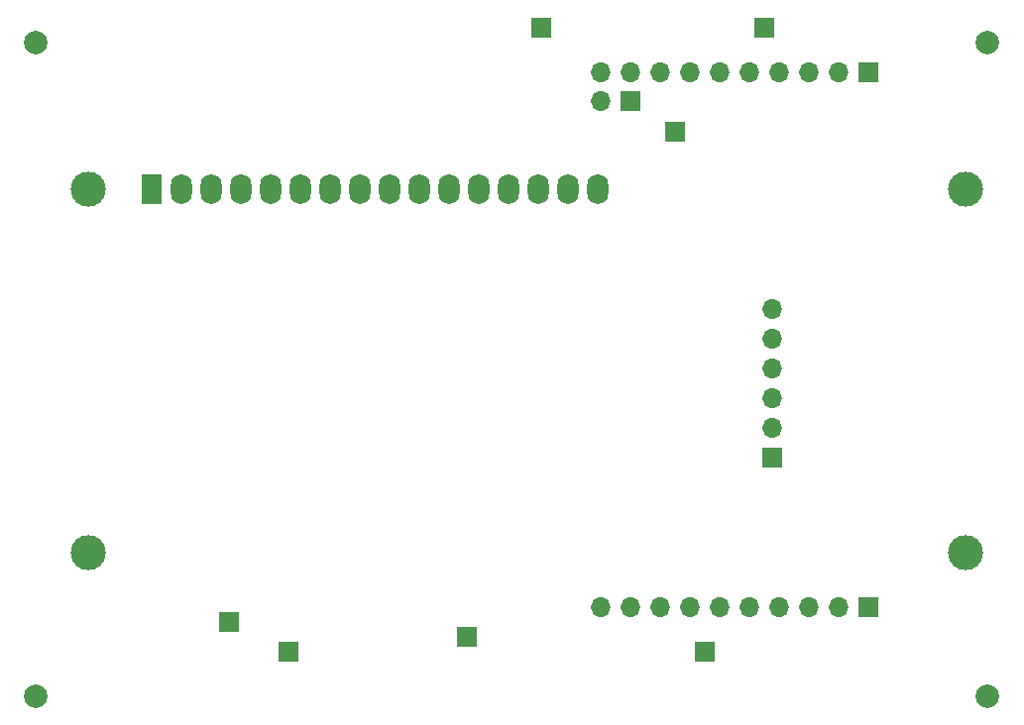
<source format=gbr>
%TF.GenerationSoftware,KiCad,Pcbnew,(6.0.4-0)*%
%TF.CreationDate,2022-04-20T10:51:29-04:00*%
%TF.ProjectId,msp_stuff,6d73705f-7374-4756-9666-2e6b69636164,rev?*%
%TF.SameCoordinates,Original*%
%TF.FileFunction,Soldermask,Bot*%
%TF.FilePolarity,Negative*%
%FSLAX46Y46*%
G04 Gerber Fmt 4.6, Leading zero omitted, Abs format (unit mm)*
G04 Created by KiCad (PCBNEW (6.0.4-0)) date 2022-04-20 10:51:29*
%MOMM*%
%LPD*%
G01*
G04 APERTURE LIST*
%ADD10R,1.700000X1.700000*%
%ADD11O,1.700000X1.700000*%
%ADD12C,3.000000*%
%ADD13R,1.800000X2.600000*%
%ADD14O,1.800000X2.600000*%
%ADD15C,2.000000*%
G04 APERTURE END LIST*
D10*
%TO.C,REF\u002A\u002A*%
X153640000Y-100330000D03*
D11*
X151100000Y-100330000D03*
X148560000Y-100330000D03*
X146020000Y-100330000D03*
X143480000Y-100330000D03*
X140940000Y-100330000D03*
X138400000Y-100330000D03*
X135860000Y-100330000D03*
X133320000Y-100330000D03*
X130780000Y-100330000D03*
%TD*%
D10*
%TO.C,REF\u002A\u002A*%
X153670000Y-146050000D03*
D11*
X151130000Y-146050000D03*
X148590000Y-146050000D03*
X146050000Y-146050000D03*
X143510000Y-146050000D03*
X140970000Y-146050000D03*
X138430000Y-146050000D03*
X135890000Y-146050000D03*
X133350000Y-146050000D03*
X130810000Y-146050000D03*
%TD*%
D10*
%TO.C,REF\u002A\u002A*%
X145460000Y-133325000D03*
D11*
X145460000Y-130785000D03*
X145460000Y-128245000D03*
X145460000Y-125705000D03*
X145460000Y-123165000D03*
X145460000Y-120625000D03*
%TD*%
D12*
%TO.C,U1*%
X86960900Y-141373200D03*
X86960900Y-110372500D03*
X161959480Y-141373200D03*
X161960000Y-110372500D03*
D13*
X92460000Y-110372500D03*
D14*
X95000000Y-110372500D03*
X97540000Y-110372500D03*
X100080000Y-110372500D03*
X102620000Y-110372500D03*
X105160000Y-110372500D03*
X107700000Y-110372500D03*
X110240000Y-110372500D03*
X112780000Y-110372500D03*
X115320000Y-110372500D03*
X117860000Y-110372500D03*
X120400000Y-110372500D03*
X122940000Y-110372500D03*
X125480000Y-110372500D03*
X128020000Y-110372500D03*
X130560000Y-110372500D03*
%TD*%
D10*
%TO.C,REF\u002A\u002A*%
X125730000Y-96520000D03*
%TD*%
D15*
%TO.C,REF\u002A\u002A*%
X82550000Y-97790000D03*
%TD*%
D10*
%TO.C,REF\u002A\u002A*%
X144780000Y-96520000D03*
%TD*%
%TO.C,REF\u002A\u002A*%
X133350000Y-102845000D03*
D11*
X130810000Y-102845000D03*
%TD*%
D15*
%TO.C,REF\u002A\u002A*%
X82550000Y-153670000D03*
%TD*%
D10*
%TO.C,REF\u002A\u002A*%
X104140000Y-149860000D03*
%TD*%
D15*
%TO.C,REF\u002A\u002A*%
X163830000Y-97790000D03*
%TD*%
%TO.C,REF\u002A\u002A*%
X163830000Y-153670000D03*
%TD*%
D10*
%TO.C,REF\u002A\u002A*%
X119380000Y-148590000D03*
%TD*%
%TO.C,REF\u002A\u002A*%
X99060000Y-147320000D03*
%TD*%
%TO.C,REF\u002A\u002A*%
X139700000Y-149860000D03*
%TD*%
%TO.C,REF\u002A\u002A*%
X137160000Y-105410000D03*
%TD*%
M02*

</source>
